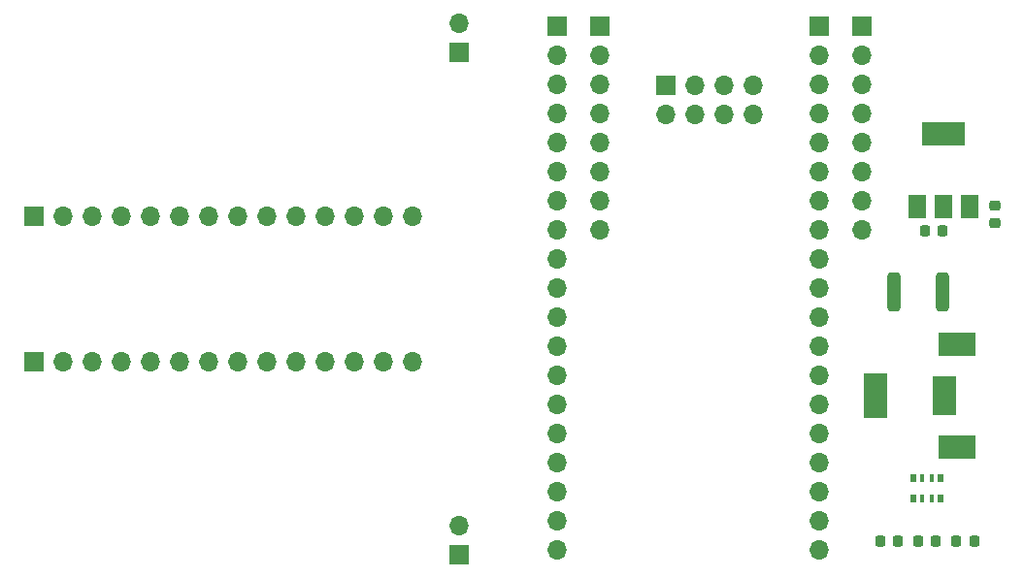
<source format=gbr>
%TF.GenerationSoftware,KiCad,Pcbnew,7.0.9-7.0.9~ubuntu22.04.1*%
%TF.CreationDate,2024-01-04T20:39:28-06:00*%
%TF.ProjectId,ESP Breadboard Expander,45535020-4272-4656-9164-626f61726420,v2.0*%
%TF.SameCoordinates,Original*%
%TF.FileFunction,Soldermask,Top*%
%TF.FilePolarity,Negative*%
%FSLAX46Y46*%
G04 Gerber Fmt 4.6, Leading zero omitted, Abs format (unit mm)*
G04 Created by KiCad (PCBNEW 7.0.9-7.0.9~ubuntu22.04.1) date 2024-01-04 20:39:28*
%MOMM*%
%LPD*%
G01*
G04 APERTURE LIST*
G04 Aperture macros list*
%AMRoundRect*
0 Rectangle with rounded corners*
0 $1 Rounding radius*
0 $2 $3 $4 $5 $6 $7 $8 $9 X,Y pos of 4 corners*
0 Add a 4 corners polygon primitive as box body*
4,1,4,$2,$3,$4,$5,$6,$7,$8,$9,$2,$3,0*
0 Add four circle primitives for the rounded corners*
1,1,$1+$1,$2,$3*
1,1,$1+$1,$4,$5*
1,1,$1+$1,$6,$7*
1,1,$1+$1,$8,$9*
0 Add four rect primitives between the rounded corners*
20,1,$1+$1,$2,$3,$4,$5,0*
20,1,$1+$1,$4,$5,$6,$7,0*
20,1,$1+$1,$6,$7,$8,$9,0*
20,1,$1+$1,$8,$9,$2,$3,0*%
G04 Aperture macros list end*
%ADD10RoundRect,0.218750X0.218750X0.256250X-0.218750X0.256250X-0.218750X-0.256250X0.218750X-0.256250X0*%
%ADD11R,1.700000X1.700000*%
%ADD12O,1.700000X1.700000*%
%ADD13RoundRect,0.225000X-0.250000X0.225000X-0.250000X-0.225000X0.250000X-0.225000X0.250000X0.225000X0*%
%ADD14R,3.300000X2.000000*%
%ADD15R,2.000000X4.000000*%
%ADD16R,2.000000X3.400000*%
%ADD17RoundRect,0.250000X-0.312500X-1.450000X0.312500X-1.450000X0.312500X1.450000X-0.312500X1.450000X0*%
%ADD18R,0.500000X0.800000*%
%ADD19R,0.400000X0.800000*%
%ADD20R,1.500000X2.000000*%
%ADD21R,3.800000X2.000000*%
%ADD22RoundRect,0.225000X0.225000X0.250000X-0.225000X0.250000X-0.225000X-0.250000X0.225000X-0.250000X0*%
G04 APERTURE END LIST*
D10*
%TO.C,D2*%
X120975000Y-90600000D03*
X119400000Y-90600000D03*
%TD*%
D11*
%TO.C,J7*%
X42310000Y-62220000D03*
D12*
X44850000Y-62220000D03*
X47390000Y-62220000D03*
X49930000Y-62220000D03*
X52470000Y-62220000D03*
X55010000Y-62220000D03*
X57550000Y-62220000D03*
X60090000Y-62220000D03*
X62630000Y-62220000D03*
X65170000Y-62220000D03*
X67710000Y-62220000D03*
X70250000Y-62220000D03*
X72790000Y-62220000D03*
X75330000Y-62220000D03*
%TD*%
D13*
%TO.C,C1*%
X126100000Y-61300000D03*
X126100000Y-62850000D03*
%TD*%
D14*
%TO.C,J10*%
X122772500Y-82400000D03*
X122772500Y-73400000D03*
D15*
X115722500Y-77900000D03*
D16*
X121722500Y-77900000D03*
%TD*%
D10*
%TO.C,D1*%
X117687500Y-90600000D03*
X116112500Y-90600000D03*
%TD*%
%TO.C,D3*%
X124300000Y-90600000D03*
X122725000Y-90600000D03*
%TD*%
D11*
%TO.C,J3*%
X114475000Y-45650000D03*
D12*
X114475000Y-48190000D03*
X114475000Y-50730000D03*
X114475000Y-53270000D03*
X114475000Y-55810000D03*
X114475000Y-58350000D03*
X114475000Y-60890000D03*
X114475000Y-63430000D03*
%TD*%
D11*
%TO.C,J8*%
X79370000Y-91760000D03*
D12*
X79370000Y-89220000D03*
%TD*%
D11*
%TO.C,J1*%
X97425000Y-50770000D03*
D12*
X97425000Y-53310000D03*
X99965000Y-50770000D03*
X99965000Y-53310000D03*
X102505000Y-50770000D03*
X102505000Y-53310000D03*
X105045000Y-50770000D03*
X105045000Y-53310000D03*
%TD*%
D11*
%TO.C,J4*%
X87935000Y-45650000D03*
D12*
X87935000Y-48190000D03*
X87935000Y-50730000D03*
X87935000Y-53270000D03*
X87935000Y-55810000D03*
X87935000Y-58350000D03*
X87935000Y-60890000D03*
X87935000Y-63430000D03*
X87935000Y-65970000D03*
X87935000Y-68510000D03*
X87935000Y-71050000D03*
X87935000Y-73590000D03*
X87935000Y-76130000D03*
X87935000Y-78670000D03*
X87935000Y-81210000D03*
X87935000Y-83750000D03*
X87935000Y-86290000D03*
X87935000Y-88830000D03*
X87935000Y-91370000D03*
%TD*%
D17*
%TO.C,F1*%
X117300000Y-68800000D03*
X121575000Y-68800000D03*
%TD*%
D11*
%TO.C,J5*%
X110775000Y-45650000D03*
D12*
X110775000Y-48190000D03*
X110775000Y-50730000D03*
X110775000Y-53270000D03*
X110775000Y-55810000D03*
X110775000Y-58350000D03*
X110775000Y-60890000D03*
X110775000Y-63430000D03*
X110775000Y-65970000D03*
X110775000Y-68510000D03*
X110775000Y-71050000D03*
X110775000Y-73590000D03*
X110775000Y-76130000D03*
X110775000Y-78670000D03*
X110775000Y-81210000D03*
X110775000Y-83750000D03*
X110775000Y-86290000D03*
X110775000Y-88830000D03*
X110775000Y-91370000D03*
%TD*%
D18*
%TO.C,RN1*%
X119000000Y-86900000D03*
D19*
X119800000Y-86900000D03*
X120600000Y-86900000D03*
D18*
X121400000Y-86900000D03*
X121400000Y-85100000D03*
D19*
X120600000Y-85100000D03*
X119800000Y-85100000D03*
D18*
X119000000Y-85100000D03*
%TD*%
D11*
%TO.C,J2*%
X91635000Y-45650000D03*
D12*
X91635000Y-48190000D03*
X91635000Y-50730000D03*
X91635000Y-53270000D03*
X91635000Y-55810000D03*
X91635000Y-58350000D03*
X91635000Y-60890000D03*
X91635000Y-63430000D03*
%TD*%
D11*
%TO.C,J6*%
X42310000Y-74900000D03*
D12*
X44850000Y-74900000D03*
X47390000Y-74900000D03*
X49930000Y-74900000D03*
X52470000Y-74900000D03*
X55010000Y-74900000D03*
X57550000Y-74900000D03*
X60090000Y-74900000D03*
X62630000Y-74900000D03*
X65170000Y-74900000D03*
X67710000Y-74900000D03*
X70250000Y-74900000D03*
X72790000Y-74900000D03*
X75330000Y-74900000D03*
%TD*%
D20*
%TO.C,U1*%
X119300000Y-61350000D03*
X121600000Y-61350000D03*
D21*
X121600000Y-55050000D03*
D20*
X123900000Y-61350000D03*
%TD*%
D22*
%TO.C,C2*%
X121550000Y-63500000D03*
X120000000Y-63500000D03*
%TD*%
D11*
%TO.C,J9*%
X79370000Y-47900000D03*
D12*
X79370000Y-45360000D03*
%TD*%
M02*

</source>
